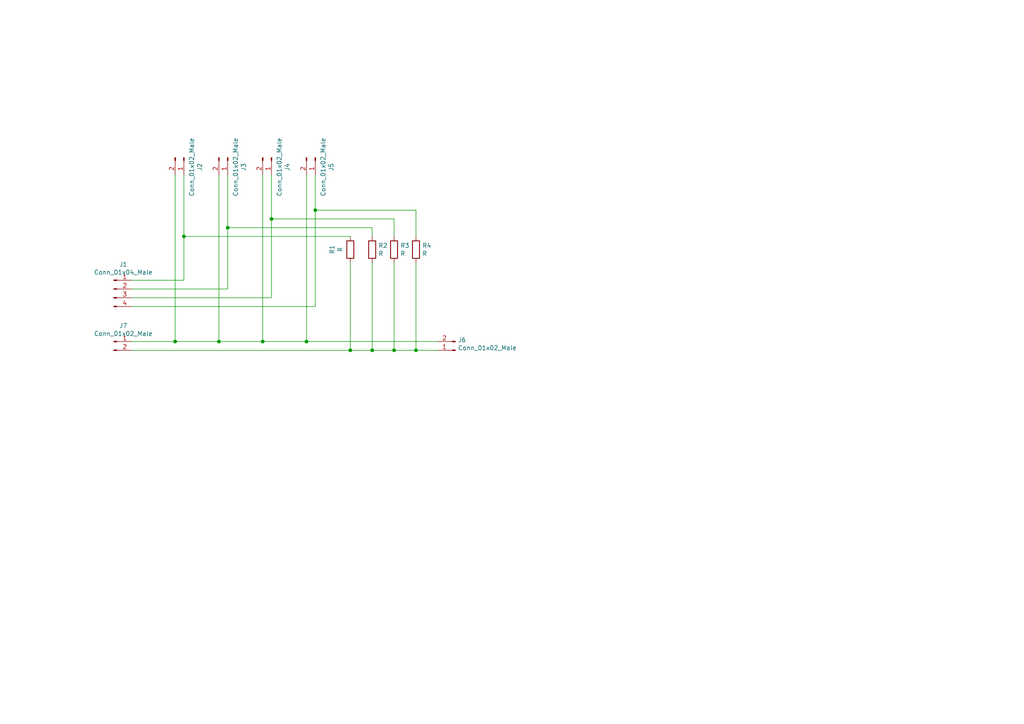
<source format=kicad_sch>
(kicad_sch (version 20211123) (generator eeschema)
  (paper "A4")
  (lib_symbols
    (symbol "Connector:Conn_01x02_Male" (pin_names (offset 1.016) hide)
      (property "Reference" "J" (at 0 2.54 0))
      (property "Value" "Conn_01x02_Male" (at 0 -5.08 0))
      (symbol "Conn_01x02_Male_1_1"
        (polyline (pts (xy 1.27 -2.54) (xy 0.8636 -2.54)) (stroke (width 0.1524)))
        (polyline (pts (xy 1.27 0) (xy 0.8636 0)) (stroke (width 0.1524)))
        (rectangle (start 0.8636 -2.413) (end 0 -2.667) (stroke (width 0.1524)) (fill (type outline)))
        (rectangle (start 0.8636 0.127) (end 0 -0.127) (stroke (width 0.1524)) (fill (type outline)))
        (pin passive line (at 5.08 0 180) (length 3.81) (name "Pin_1") (number "1"))
        (pin passive line (at 5.08 -2.54 180) (length 3.81) (name "Pin_2") (number "2"))
      )
    )
    (symbol "Connector:Conn_01x04_Male" (pin_names (offset 1.016) hide)
      (property "Reference" "J" (at 0 5.08 0))
      (property "Value" "Conn_01x04_Male" (at 0 -7.62 0))
      (symbol "Conn_01x04_Male_1_1"
        (polyline (pts (xy 1.27 -5.08) (xy 0.8636 -5.08)) (stroke (width 0.1524)))
        (polyline (pts (xy 1.27 -2.54) (xy 0.8636 -2.54)) (stroke (width 0.1524)))
        (polyline (pts (xy 1.27 0) (xy 0.8636 0)) (stroke (width 0.1524)))
        (polyline (pts (xy 1.27 2.54) (xy 0.8636 2.54)) (stroke (width 0.1524)))
        (rectangle (start 0.8636 -4.953) (end 0 -5.207) (stroke (width 0.1524)) (fill (type outline)))
        (rectangle (start 0.8636 -2.413) (end 0 -2.667) (stroke (width 0.1524)) (fill (type outline)))
        (rectangle (start 0.8636 0.127) (end 0 -0.127) (stroke (width 0.1524)) (fill (type outline)))
        (rectangle (start 0.8636 2.667) (end 0 2.413) (stroke (width 0.1524)) (fill (type outline)))
        (pin passive line (at 5.08 2.54 180) (length 3.81) (name "Pin_1") (number "1"))
        (pin passive line (at 5.08 0 180) (length 3.81) (name "Pin_2") (number "2"))
        (pin passive line (at 5.08 -2.54 180) (length 3.81) (name "Pin_3") (number "3"))
        (pin passive line (at 5.08 -5.08 180) (length 3.81) (name "Pin_4") (number "4"))
      )
    )
    (symbol "Device:R" (pin_numbers hide) (pin_names (offset 0))
      (property "Reference" "R" (at 2.032 0 90))
      (property "Value" "R" (at 0 0 90))
      (symbol "R_0_1"
        (rectangle (start -1.016 -2.54) (end 1.016 2.54) (stroke (width 0.254)))
      )
      (symbol "R_1_1"
        (pin passive line (at 0 3.81 270) (length 1.27) (name "~") (number "1"))
        (pin passive line (at 0 -3.81 90) (length 1.27) (name "~") (number "2"))
      )
    )
  )
  (junction (at 50.8 99.06))
  (junction (at 107.95 101.6))
  (junction (at 78.74 63.5))
  (junction (at 91.44 60.96))
  (junction (at 101.6 101.6))
  (junction (at 88.9 99.06))
  (junction (at 76.2 99.06))
  (junction (at 63.5 99.06))
  (junction (at 120.65 101.6))
  (junction (at 114.3 101.6))
  (junction (at 53.34 68.58))
  (junction (at 66.04 66.04))
  (wire (pts (xy 66.04 50.8) (xy 66.04 66.04)))
  (wire (pts (xy 50.8 50.8) (xy 50.8 99.06)))
  (wire (pts (xy 101.6 101.6) (xy 38.1 101.6)))
  (wire (pts (xy 107.95 101.6) (xy 114.3 101.6)))
  (wire (pts (xy 66.04 66.04) (xy 66.04 83.82)))
  (wire (pts (xy 63.5 99.06) (xy 76.2 99.06)))
  (wire (pts (xy 101.6 101.6) (xy 107.95 101.6)))
  (wire (pts (xy 91.44 60.96) (xy 120.65 60.96)))
  (wire (pts (xy 53.34 81.28) (xy 38.1 81.28)))
  (wire (pts (xy 88.9 50.8) (xy 88.9 99.06)))
  (wire (pts (xy 120.65 60.96) (xy 120.65 68.58)))
  (wire (pts (xy 78.74 63.5) (xy 114.3 63.5)))
  (wire (pts (xy 78.74 86.36) (xy 38.1 86.36)))
  (wire (pts (xy 78.74 63.5) (xy 78.74 86.36)))
  (wire (pts (xy 78.74 50.8) (xy 78.74 63.5)))
  (wire (pts (xy 120.65 76.2) (xy 120.65 101.6)))
  (wire (pts (xy 66.04 66.04) (xy 107.95 66.04)))
  (wire (pts (xy 114.3 63.5) (xy 114.3 68.58)))
  (wire (pts (xy 91.44 50.8) (xy 91.44 60.96)))
  (wire (pts (xy 88.9 99.06) (xy 127 99.06)))
  (wire (pts (xy 53.34 50.8) (xy 53.34 68.58)))
  (wire (pts (xy 107.95 66.04) (xy 107.95 68.58)))
  (wire (pts (xy 114.3 101.6) (xy 120.65 101.6)))
  (wire (pts (xy 53.34 68.58) (xy 53.34 81.28)))
  (wire (pts (xy 50.8 99.06) (xy 63.5 99.06)))
  (wire (pts (xy 91.44 60.96) (xy 91.44 88.9)))
  (wire (pts (xy 76.2 99.06) (xy 88.9 99.06)))
  (wire (pts (xy 53.34 68.58) (xy 101.6 68.58)))
  (wire (pts (xy 38.1 99.06) (xy 50.8 99.06)))
  (wire (pts (xy 91.44 88.9) (xy 38.1 88.9)))
  (wire (pts (xy 114.3 76.2) (xy 114.3 101.6)))
  (wire (pts (xy 120.65 101.6) (xy 127 101.6)))
  (wire (pts (xy 101.6 76.2) (xy 101.6 101.6)))
  (wire (pts (xy 63.5 50.8) (xy 63.5 99.06)))
  (wire (pts (xy 66.04 83.82) (xy 38.1 83.82)))
  (wire (pts (xy 76.2 50.8) (xy 76.2 99.06)))
  (wire (pts (xy 107.95 76.2) (xy 107.95 101.6)))
  (symbol (lib_id "Connector:Conn_01x02_Male") (at 132.08 101.6 180) (unit 1)
    (property "Reference" "J6" (at 132.7912 98.6028 0) (effects (justify right)))
    (property "Value" "Conn_01x02_Male" (at 132.7912 100.9142 0) (effects (justify right)))
    (property "Footprint" "Connector_JST:JST_XH_S2B-XH-A_1x02_P2.50mm_Horizontal" (effects hide))
  )
  (symbol (lib_id "Connector:Conn_01x02_Male") (at 53.34 45.72 270) (unit 1)
    (property "Reference" "J2" (at 57.9374 48.4632 0))
    (property "Value" "Conn_01x02_Male" (at 55.626 48.4632 0))
    (property "Footprint" "Connector_JST:JST_XH_S2B-XH-A_1x02_P2.50mm_Horizontal" (effects hide))
  )
  (symbol (lib_id "Connector:Conn_01x02_Male") (at 91.44 45.72 270) (unit 1)
    (property "Reference" "J5" (at 96.0374 48.4632 0))
    (property "Value" "Conn_01x02_Male" (at 93.726 48.4632 0))
    (property "Footprint" "Connector_JST:JST_XH_S2B-XH-A_1x02_P2.50mm_Horizontal" (effects hide))
  )
  (symbol (lib_id "Connector:Conn_01x02_Male") (at 66.04 45.72 270) (unit 1)
    (property "Reference" "J3" (at 70.6374 48.4632 0))
    (property "Value" "Conn_01x02_Male" (at 68.326 48.4632 0))
    (property "Footprint" "Connector_JST:JST_XH_S2B-XH-A_1x02_P2.50mm_Horizontal" (effects hide))
  )
  (symbol (lib_id "Connector:Conn_01x02_Male") (at 78.74 45.72 270) (unit 1)
    (property "Reference" "J4" (at 83.3374 48.4632 0))
    (property "Value" "Conn_01x02_Male" (at 81.026 48.4632 0))
    (property "Footprint" "Connector_JST:JST_XH_S2B-XH-A_1x02_P2.50mm_Horizontal" (effects hide))
  )
  (symbol (lib_id "Device:R") (at 101.6 72.39 0) (unit 1)
    (property "Reference" "R1" (at 96.3422 72.39 90))
    (property "Value" "R" (at 98.6536 72.39 90))
    (property "Footprint" "Resistor_THT:R_Axial_DIN0207_L6.3mm_D2.5mm_P15.24mm_Horizontal" (effects hide))
  )
  (symbol (lib_id "Device:R") (at 107.95 72.39 0) (unit 1)
    (property "Reference" "R2" (at 109.728 71.2216 0) (effects (justify left)))
    (property "Value" "R" (at 109.728 73.533 0) (effects (justify left)))
    (property "Footprint" "Resistor_THT:R_Axial_DIN0207_L6.3mm_D2.5mm_P15.24mm_Horizontal" (effects hide))
  )
  (symbol (lib_id "Device:R") (at 114.3 72.39 0) (unit 1)
    (property "Reference" "R3" (at 116.078 71.2216 0) (effects (justify left)))
    (property "Value" "R" (at 116.078 73.533 0) (effects (justify left)))
    (property "Footprint" "Resistor_THT:R_Axial_DIN0207_L6.3mm_D2.5mm_P15.24mm_Horizontal" (effects hide))
  )
  (symbol (lib_id "Device:R") (at 120.65 72.39 0) (unit 1)
    (property "Reference" "R4" (at 122.428 71.2216 0) (effects (justify left)))
    (property "Value" "R" (at 122.428 73.533 0) (effects (justify left)))
    (property "Footprint" "Resistor_THT:R_Axial_DIN0207_L6.3mm_D2.5mm_P15.24mm_Horizontal" (effects hide))
  )
  (symbol (lib_id "Connector:Conn_01x02_Male") (at 33.02 99.06 0) (unit 1)
    (property "Reference" "J7" (at 35.7632 94.4626 0))
    (property "Value" "Conn_01x02_Male" (at 35.7632 96.774 0))
    (property "Footprint" "Connector_JST:JST_XH_S2B-XH-A_1x02_P2.50mm_Horizontal" (effects hide))
  )
  (symbol (lib_id "Connector:Conn_01x04_Male") (at 33.02 83.82 0) (unit 1)
    (property "Reference" "J1" (at 35.7632 76.6826 0))
    (property "Value" "Conn_01x04_Male" (at 35.7632 78.994 0))
    (property "Footprint" "Connector_JST:JST_XH_S4B-XH-A_1x04_P2.50mm_Horizontal" (effects hide))
  )
)
</source>
